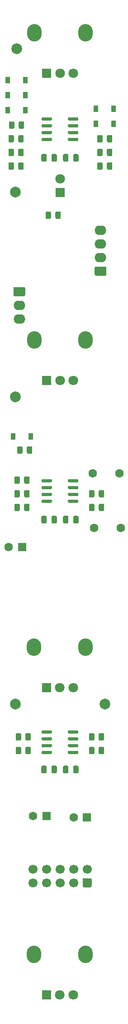
<source format=gbs>
G04 #@! TF.GenerationSoftware,KiCad,Pcbnew,6.0.5+dfsg-1~bpo11+1*
G04 #@! TF.CreationDate,2022-08-16T14:52:49+00:00*
G04 #@! TF.ProjectId,envelope_follower,656e7665-6c6f-4706-955f-666f6c6c6f77,0*
G04 #@! TF.SameCoordinates,Original*
G04 #@! TF.FileFunction,Soldermask,Bot*
G04 #@! TF.FilePolarity,Negative*
%FSLAX46Y46*%
G04 Gerber Fmt 4.6, Leading zero omitted, Abs format (unit mm)*
G04 Created by KiCad (PCBNEW 6.0.5+dfsg-1~bpo11+1) date 2022-08-16 14:52:49*
%MOMM*%
%LPD*%
G01*
G04 APERTURE LIST*
%ADD10O,2.720000X3.240000*%
%ADD11R,1.800000X1.800000*%
%ADD12C,1.800000*%
%ADD13C,2.000000*%
%ADD14C,1.700000*%
%ADD15R,0.900000X1.200000*%
%ADD16C,1.600000*%
%ADD17O,2.190000X1.740000*%
%ADD18R,1.600000X1.600000*%
G04 APERTURE END LIST*
D10*
X106400000Y-45840000D03*
X96800000Y-45840000D03*
D11*
X99100000Y-53340000D03*
D12*
X101600000Y-53340000D03*
X104100000Y-53340000D03*
D11*
X101600000Y-75570000D03*
D12*
X101600000Y-73030000D03*
D10*
X106400000Y-102990000D03*
X96800000Y-102990000D03*
D11*
X99100000Y-110490000D03*
D12*
X101600000Y-110490000D03*
X104100000Y-110490000D03*
D10*
X96760000Y-217290000D03*
X106360000Y-217290000D03*
D11*
X99060000Y-224790000D03*
D12*
X101560000Y-224790000D03*
X104060000Y-224790000D03*
D10*
X96760000Y-160140000D03*
X106360000Y-160140000D03*
D11*
X99060000Y-167640000D03*
D12*
X101560000Y-167640000D03*
X104060000Y-167640000D03*
D13*
X93218000Y-113538000D03*
G36*
G01*
X105050000Y-175745000D02*
X105050000Y-176045000D01*
G75*
G02*
X104900000Y-176195000I-150000J0D01*
G01*
X103250000Y-176195000D01*
G75*
G02*
X103100000Y-176045000I0J150000D01*
G01*
X103100000Y-175745000D01*
G75*
G02*
X103250000Y-175595000I150000J0D01*
G01*
X104900000Y-175595000D01*
G75*
G02*
X105050000Y-175745000I0J-150000D01*
G01*
G37*
G36*
G01*
X105050000Y-177015000D02*
X105050000Y-177315000D01*
G75*
G02*
X104900000Y-177465000I-150000J0D01*
G01*
X103250000Y-177465000D01*
G75*
G02*
X103100000Y-177315000I0J150000D01*
G01*
X103100000Y-177015000D01*
G75*
G02*
X103250000Y-176865000I150000J0D01*
G01*
X104900000Y-176865000D01*
G75*
G02*
X105050000Y-177015000I0J-150000D01*
G01*
G37*
G36*
G01*
X105050000Y-178285000D02*
X105050000Y-178585000D01*
G75*
G02*
X104900000Y-178735000I-150000J0D01*
G01*
X103250000Y-178735000D01*
G75*
G02*
X103100000Y-178585000I0J150000D01*
G01*
X103100000Y-178285000D01*
G75*
G02*
X103250000Y-178135000I150000J0D01*
G01*
X104900000Y-178135000D01*
G75*
G02*
X105050000Y-178285000I0J-150000D01*
G01*
G37*
G36*
G01*
X105050000Y-179555000D02*
X105050000Y-179855000D01*
G75*
G02*
X104900000Y-180005000I-150000J0D01*
G01*
X103250000Y-180005000D01*
G75*
G02*
X103100000Y-179855000I0J150000D01*
G01*
X103100000Y-179555000D01*
G75*
G02*
X103250000Y-179405000I150000J0D01*
G01*
X104900000Y-179405000D01*
G75*
G02*
X105050000Y-179555000I0J-150000D01*
G01*
G37*
G36*
G01*
X100100000Y-179555000D02*
X100100000Y-179855000D01*
G75*
G02*
X99950000Y-180005000I-150000J0D01*
G01*
X98300000Y-180005000D01*
G75*
G02*
X98150000Y-179855000I0J150000D01*
G01*
X98150000Y-179555000D01*
G75*
G02*
X98300000Y-179405000I150000J0D01*
G01*
X99950000Y-179405000D01*
G75*
G02*
X100100000Y-179555000I0J-150000D01*
G01*
G37*
G36*
G01*
X100100000Y-178285000D02*
X100100000Y-178585000D01*
G75*
G02*
X99950000Y-178735000I-150000J0D01*
G01*
X98300000Y-178735000D01*
G75*
G02*
X98150000Y-178585000I0J150000D01*
G01*
X98150000Y-178285000D01*
G75*
G02*
X98300000Y-178135000I150000J0D01*
G01*
X99950000Y-178135000D01*
G75*
G02*
X100100000Y-178285000I0J-150000D01*
G01*
G37*
G36*
G01*
X100100000Y-177015000D02*
X100100000Y-177315000D01*
G75*
G02*
X99950000Y-177465000I-150000J0D01*
G01*
X98300000Y-177465000D01*
G75*
G02*
X98150000Y-177315000I0J150000D01*
G01*
X98150000Y-177015000D01*
G75*
G02*
X98300000Y-176865000I150000J0D01*
G01*
X99950000Y-176865000D01*
G75*
G02*
X100100000Y-177015000I0J-150000D01*
G01*
G37*
G36*
G01*
X100100000Y-175745000D02*
X100100000Y-176045000D01*
G75*
G02*
X99950000Y-176195000I-150000J0D01*
G01*
X98300000Y-176195000D01*
G75*
G02*
X98150000Y-176045000I0J150000D01*
G01*
X98150000Y-175745000D01*
G75*
G02*
X98300000Y-175595000I150000J0D01*
G01*
X99950000Y-175595000D01*
G75*
G02*
X100100000Y-175745000I0J-150000D01*
G01*
G37*
G36*
G01*
X93063000Y-134562000D02*
X93063000Y-133662000D01*
G75*
G02*
X93313000Y-133412000I250000J0D01*
G01*
X93838000Y-133412000D01*
G75*
G02*
X94088000Y-133662000I0J-250000D01*
G01*
X94088000Y-134562000D01*
G75*
G02*
X93838000Y-134812000I-250000J0D01*
G01*
X93313000Y-134812000D01*
G75*
G02*
X93063000Y-134562000I0J250000D01*
G01*
G37*
G36*
G01*
X94888000Y-134562000D02*
X94888000Y-133662000D01*
G75*
G02*
X95138000Y-133412000I250000J0D01*
G01*
X95663000Y-133412000D01*
G75*
G02*
X95913000Y-133662000I0J-250000D01*
G01*
X95913000Y-134562000D01*
G75*
G02*
X95663000Y-134812000I-250000J0D01*
G01*
X95138000Y-134812000D01*
G75*
G02*
X94888000Y-134562000I0J250000D01*
G01*
G37*
G36*
G01*
X109883000Y-133662000D02*
X109883000Y-134562000D01*
G75*
G02*
X109633000Y-134812000I-250000J0D01*
G01*
X109108000Y-134812000D01*
G75*
G02*
X108858000Y-134562000I0J250000D01*
G01*
X108858000Y-133662000D01*
G75*
G02*
X109108000Y-133412000I250000J0D01*
G01*
X109633000Y-133412000D01*
G75*
G02*
X109883000Y-133662000I0J-250000D01*
G01*
G37*
G36*
G01*
X108058000Y-133662000D02*
X108058000Y-134562000D01*
G75*
G02*
X107808000Y-134812000I-250000J0D01*
G01*
X107283000Y-134812000D01*
G75*
G02*
X107033000Y-134562000I0J250000D01*
G01*
X107033000Y-133662000D01*
G75*
G02*
X107283000Y-133412000I250000J0D01*
G01*
X107808000Y-133412000D01*
G75*
G02*
X108058000Y-133662000I0J-250000D01*
G01*
G37*
G36*
G01*
X107280000Y-204802500D02*
X106080000Y-204802500D01*
G75*
G02*
X105830000Y-204552500I0J250000D01*
G01*
X105830000Y-203352500D01*
G75*
G02*
X106080000Y-203102500I250000J0D01*
G01*
X107280000Y-203102500D01*
G75*
G02*
X107530000Y-203352500I0J-250000D01*
G01*
X107530000Y-204552500D01*
G75*
G02*
X107280000Y-204802500I-250000J0D01*
G01*
G37*
D14*
X106680000Y-201412500D03*
X104140000Y-203952500D03*
X104140000Y-201412500D03*
X101600000Y-203952500D03*
X101600000Y-201412500D03*
X99060000Y-203952500D03*
X99060000Y-201412500D03*
X96520000Y-203952500D03*
X96520000Y-201412500D03*
G36*
G01*
X105082000Y-68613000D02*
X105082000Y-69563000D01*
G75*
G02*
X104832000Y-69813000I-250000J0D01*
G01*
X104332000Y-69813000D01*
G75*
G02*
X104082000Y-69563000I0J250000D01*
G01*
X104082000Y-68613000D01*
G75*
G02*
X104332000Y-68363000I250000J0D01*
G01*
X104832000Y-68363000D01*
G75*
G02*
X105082000Y-68613000I0J-250000D01*
G01*
G37*
G36*
G01*
X103182000Y-68613000D02*
X103182000Y-69563000D01*
G75*
G02*
X102932000Y-69813000I-250000J0D01*
G01*
X102432000Y-69813000D01*
G75*
G02*
X102182000Y-69563000I0J250000D01*
G01*
X102182000Y-68613000D01*
G75*
G02*
X102432000Y-68363000I250000J0D01*
G01*
X102932000Y-68363000D01*
G75*
G02*
X103182000Y-68613000I0J-250000D01*
G01*
G37*
D13*
X93218000Y-75438000D03*
G36*
G01*
X94793500Y-67622000D02*
X94793500Y-68522000D01*
G75*
G02*
X94543500Y-68772000I-250000J0D01*
G01*
X94018500Y-68772000D01*
G75*
G02*
X93768500Y-68522000I0J250000D01*
G01*
X93768500Y-67622000D01*
G75*
G02*
X94018500Y-67372000I250000J0D01*
G01*
X94543500Y-67372000D01*
G75*
G02*
X94793500Y-67622000I0J-250000D01*
G01*
G37*
G36*
G01*
X92968500Y-67622000D02*
X92968500Y-68522000D01*
G75*
G02*
X92718500Y-68772000I-250000J0D01*
G01*
X92193500Y-68772000D01*
G75*
G02*
X91943500Y-68522000I0J250000D01*
G01*
X91943500Y-67622000D01*
G75*
G02*
X92193500Y-67372000I250000J0D01*
G01*
X92718500Y-67372000D01*
G75*
G02*
X92968500Y-67622000I0J-250000D01*
G01*
G37*
G36*
G01*
X107013259Y-177260000D02*
X107013259Y-176360000D01*
G75*
G02*
X107263259Y-176110000I250000J0D01*
G01*
X107788259Y-176110000D01*
G75*
G02*
X108038259Y-176360000I0J-250000D01*
G01*
X108038259Y-177260000D01*
G75*
G02*
X107788259Y-177510000I-250000J0D01*
G01*
X107263259Y-177510000D01*
G75*
G02*
X107013259Y-177260000I0J250000D01*
G01*
G37*
G36*
G01*
X108838259Y-177260000D02*
X108838259Y-176360000D01*
G75*
G02*
X109088259Y-176110000I250000J0D01*
G01*
X109613259Y-176110000D01*
G75*
G02*
X109863259Y-176360000I0J-250000D01*
G01*
X109863259Y-177260000D01*
G75*
G02*
X109613259Y-177510000I-250000J0D01*
G01*
X109088259Y-177510000D01*
G75*
G02*
X108838259Y-177260000I0J250000D01*
G01*
G37*
G36*
G01*
X109883000Y-131122000D02*
X109883000Y-132022000D01*
G75*
G02*
X109633000Y-132272000I-250000J0D01*
G01*
X109108000Y-132272000D01*
G75*
G02*
X108858000Y-132022000I0J250000D01*
G01*
X108858000Y-131122000D01*
G75*
G02*
X109108000Y-130872000I250000J0D01*
G01*
X109633000Y-130872000D01*
G75*
G02*
X109883000Y-131122000I0J-250000D01*
G01*
G37*
G36*
G01*
X108058000Y-131122000D02*
X108058000Y-132022000D01*
G75*
G02*
X107808000Y-132272000I-250000J0D01*
G01*
X107283000Y-132272000D01*
G75*
G02*
X107033000Y-132022000I0J250000D01*
G01*
X107033000Y-131122000D01*
G75*
G02*
X107283000Y-130872000I250000J0D01*
G01*
X107808000Y-130872000D01*
G75*
G02*
X108058000Y-131122000I0J-250000D01*
G01*
G37*
D15*
X111632000Y-59944000D03*
X108332000Y-59944000D03*
D16*
X112990000Y-137922000D03*
X107990000Y-137922000D03*
G36*
G01*
X93135000Y-93110000D02*
X94825000Y-93110000D01*
G75*
G02*
X95075000Y-93360000I0J-250000D01*
G01*
X95075000Y-94600000D01*
G75*
G02*
X94825000Y-94850000I-250000J0D01*
G01*
X93135000Y-94850000D01*
G75*
G02*
X92885000Y-94600000I0J250000D01*
G01*
X92885000Y-93360000D01*
G75*
G02*
X93135000Y-93110000I250000J0D01*
G01*
G37*
D17*
X93980000Y-96520000D03*
X93980000Y-99060000D03*
G36*
G01*
X100998259Y-182405000D02*
X100998259Y-183355000D01*
G75*
G02*
X100748259Y-183605000I-250000J0D01*
G01*
X100248259Y-183605000D01*
G75*
G02*
X99998259Y-183355000I0J250000D01*
G01*
X99998259Y-182405000D01*
G75*
G02*
X100248259Y-182155000I250000J0D01*
G01*
X100748259Y-182155000D01*
G75*
G02*
X100998259Y-182405000I0J-250000D01*
G01*
G37*
G36*
G01*
X99098259Y-182405000D02*
X99098259Y-183355000D01*
G75*
G02*
X98848259Y-183605000I-250000J0D01*
G01*
X98348259Y-183605000D01*
G75*
G02*
X98098259Y-183355000I0J250000D01*
G01*
X98098259Y-182405000D01*
G75*
G02*
X98348259Y-182155000I250000J0D01*
G01*
X98848259Y-182155000D01*
G75*
G02*
X99098259Y-182405000I0J-250000D01*
G01*
G37*
G36*
G01*
X105050000Y-129009000D02*
X105050000Y-129309000D01*
G75*
G02*
X104900000Y-129459000I-150000J0D01*
G01*
X103250000Y-129459000D01*
G75*
G02*
X103100000Y-129309000I0J150000D01*
G01*
X103100000Y-129009000D01*
G75*
G02*
X103250000Y-128859000I150000J0D01*
G01*
X104900000Y-128859000D01*
G75*
G02*
X105050000Y-129009000I0J-150000D01*
G01*
G37*
G36*
G01*
X105050000Y-130279000D02*
X105050000Y-130579000D01*
G75*
G02*
X104900000Y-130729000I-150000J0D01*
G01*
X103250000Y-130729000D01*
G75*
G02*
X103100000Y-130579000I0J150000D01*
G01*
X103100000Y-130279000D01*
G75*
G02*
X103250000Y-130129000I150000J0D01*
G01*
X104900000Y-130129000D01*
G75*
G02*
X105050000Y-130279000I0J-150000D01*
G01*
G37*
G36*
G01*
X105050000Y-131549000D02*
X105050000Y-131849000D01*
G75*
G02*
X104900000Y-131999000I-150000J0D01*
G01*
X103250000Y-131999000D01*
G75*
G02*
X103100000Y-131849000I0J150000D01*
G01*
X103100000Y-131549000D01*
G75*
G02*
X103250000Y-131399000I150000J0D01*
G01*
X104900000Y-131399000D01*
G75*
G02*
X105050000Y-131549000I0J-150000D01*
G01*
G37*
G36*
G01*
X105050000Y-132819000D02*
X105050000Y-133119000D01*
G75*
G02*
X104900000Y-133269000I-150000J0D01*
G01*
X103250000Y-133269000D01*
G75*
G02*
X103100000Y-133119000I0J150000D01*
G01*
X103100000Y-132819000D01*
G75*
G02*
X103250000Y-132669000I150000J0D01*
G01*
X104900000Y-132669000D01*
G75*
G02*
X105050000Y-132819000I0J-150000D01*
G01*
G37*
G36*
G01*
X100100000Y-132819000D02*
X100100000Y-133119000D01*
G75*
G02*
X99950000Y-133269000I-150000J0D01*
G01*
X98300000Y-133269000D01*
G75*
G02*
X98150000Y-133119000I0J150000D01*
G01*
X98150000Y-132819000D01*
G75*
G02*
X98300000Y-132669000I150000J0D01*
G01*
X99950000Y-132669000D01*
G75*
G02*
X100100000Y-132819000I0J-150000D01*
G01*
G37*
G36*
G01*
X100100000Y-131549000D02*
X100100000Y-131849000D01*
G75*
G02*
X99950000Y-131999000I-150000J0D01*
G01*
X98300000Y-131999000D01*
G75*
G02*
X98150000Y-131849000I0J150000D01*
G01*
X98150000Y-131549000D01*
G75*
G02*
X98300000Y-131399000I150000J0D01*
G01*
X99950000Y-131399000D01*
G75*
G02*
X100100000Y-131549000I0J-150000D01*
G01*
G37*
G36*
G01*
X100100000Y-130279000D02*
X100100000Y-130579000D01*
G75*
G02*
X99950000Y-130729000I-150000J0D01*
G01*
X98300000Y-130729000D01*
G75*
G02*
X98150000Y-130579000I0J150000D01*
G01*
X98150000Y-130279000D01*
G75*
G02*
X98300000Y-130129000I150000J0D01*
G01*
X99950000Y-130129000D01*
G75*
G02*
X100100000Y-130279000I0J-150000D01*
G01*
G37*
G36*
G01*
X100100000Y-129009000D02*
X100100000Y-129309000D01*
G75*
G02*
X99950000Y-129459000I-150000J0D01*
G01*
X98300000Y-129459000D01*
G75*
G02*
X98150000Y-129309000I0J150000D01*
G01*
X98150000Y-129009000D01*
G75*
G02*
X98300000Y-128859000I150000J0D01*
G01*
X99950000Y-128859000D01*
G75*
G02*
X100100000Y-129009000I0J-150000D01*
G01*
G37*
D18*
X106640000Y-191770000D03*
D16*
X104140000Y-191770000D03*
D18*
X99060000Y-191516000D03*
D16*
X96560000Y-191516000D03*
G36*
G01*
X91943500Y-65982000D02*
X91943500Y-65082000D01*
G75*
G02*
X92193500Y-64832000I250000J0D01*
G01*
X92718500Y-64832000D01*
G75*
G02*
X92968500Y-65082000I0J-250000D01*
G01*
X92968500Y-65982000D01*
G75*
G02*
X92718500Y-66232000I-250000J0D01*
G01*
X92193500Y-66232000D01*
G75*
G02*
X91943500Y-65982000I0J250000D01*
G01*
G37*
G36*
G01*
X93768500Y-65982000D02*
X93768500Y-65082000D01*
G75*
G02*
X94018500Y-64832000I250000J0D01*
G01*
X94543500Y-64832000D01*
G75*
G02*
X94793500Y-65082000I0J-250000D01*
G01*
X94793500Y-65982000D01*
G75*
G02*
X94543500Y-66232000I-250000J0D01*
G01*
X94018500Y-66232000D01*
G75*
G02*
X93768500Y-65982000I0J250000D01*
G01*
G37*
G36*
G01*
X94793500Y-70162000D02*
X94793500Y-71062000D01*
G75*
G02*
X94543500Y-71312000I-250000J0D01*
G01*
X94018500Y-71312000D01*
G75*
G02*
X93768500Y-71062000I0J250000D01*
G01*
X93768500Y-70162000D01*
G75*
G02*
X94018500Y-69912000I250000J0D01*
G01*
X94543500Y-69912000D01*
G75*
G02*
X94793500Y-70162000I0J-250000D01*
G01*
G37*
G36*
G01*
X92968500Y-70162000D02*
X92968500Y-71062000D01*
G75*
G02*
X92718500Y-71312000I-250000J0D01*
G01*
X92193500Y-71312000D01*
G75*
G02*
X91943500Y-71062000I0J250000D01*
G01*
X91943500Y-70162000D01*
G75*
G02*
X92193500Y-69912000I250000J0D01*
G01*
X92718500Y-69912000D01*
G75*
G02*
X92968500Y-70162000I0J-250000D01*
G01*
G37*
G36*
G01*
X101755000Y-79306000D02*
X101755000Y-80206000D01*
G75*
G02*
X101505000Y-80456000I-250000J0D01*
G01*
X100980000Y-80456000D01*
G75*
G02*
X100730000Y-80206000I0J250000D01*
G01*
X100730000Y-79306000D01*
G75*
G02*
X100980000Y-79056000I250000J0D01*
G01*
X101505000Y-79056000D01*
G75*
G02*
X101755000Y-79306000I0J-250000D01*
G01*
G37*
G36*
G01*
X99930000Y-79306000D02*
X99930000Y-80206000D01*
G75*
G02*
X99680000Y-80456000I-250000J0D01*
G01*
X99155000Y-80456000D01*
G75*
G02*
X98905000Y-80206000I0J250000D01*
G01*
X98905000Y-79306000D01*
G75*
G02*
X99155000Y-79056000I250000J0D01*
G01*
X99680000Y-79056000D01*
G75*
G02*
X99930000Y-79306000I0J-250000D01*
G01*
G37*
G36*
G01*
X110045000Y-91040000D02*
X108355000Y-91040000D01*
G75*
G02*
X108105000Y-90790000I0J250000D01*
G01*
X108105000Y-89550000D01*
G75*
G02*
X108355000Y-89300000I250000J0D01*
G01*
X110045000Y-89300000D01*
G75*
G02*
X110295000Y-89550000I0J-250000D01*
G01*
X110295000Y-90790000D01*
G75*
G02*
X110045000Y-91040000I-250000J0D01*
G01*
G37*
D17*
X109200000Y-87630000D03*
X109200000Y-85090000D03*
X109200000Y-82550000D03*
D13*
X93472000Y-48768000D03*
D15*
X111632000Y-62738000D03*
X108332000Y-62738000D03*
G36*
G01*
X108557000Y-68522000D02*
X108557000Y-67622000D01*
G75*
G02*
X108807000Y-67372000I250000J0D01*
G01*
X109332000Y-67372000D01*
G75*
G02*
X109582000Y-67622000I0J-250000D01*
G01*
X109582000Y-68522000D01*
G75*
G02*
X109332000Y-68772000I-250000J0D01*
G01*
X108807000Y-68772000D01*
G75*
G02*
X108557000Y-68522000I0J250000D01*
G01*
G37*
G36*
G01*
X110382000Y-68522000D02*
X110382000Y-67622000D01*
G75*
G02*
X110632000Y-67372000I250000J0D01*
G01*
X111157000Y-67372000D01*
G75*
G02*
X111407000Y-67622000I0J-250000D01*
G01*
X111407000Y-68522000D01*
G75*
G02*
X111157000Y-68772000I-250000J0D01*
G01*
X110632000Y-68772000D01*
G75*
G02*
X110382000Y-68522000I0J250000D01*
G01*
G37*
X95122000Y-60198000D03*
X91822000Y-60198000D03*
G36*
G01*
X105062259Y-182405000D02*
X105062259Y-183355000D01*
G75*
G02*
X104812259Y-183605000I-250000J0D01*
G01*
X104312259Y-183605000D01*
G75*
G02*
X104062259Y-183355000I0J250000D01*
G01*
X104062259Y-182405000D01*
G75*
G02*
X104312259Y-182155000I250000J0D01*
G01*
X104812259Y-182155000D01*
G75*
G02*
X105062259Y-182405000I0J-250000D01*
G01*
G37*
G36*
G01*
X103162259Y-182405000D02*
X103162259Y-183355000D01*
G75*
G02*
X102912259Y-183605000I-250000J0D01*
G01*
X102412259Y-183605000D01*
G75*
G02*
X102162259Y-183355000I0J250000D01*
G01*
X102162259Y-182405000D01*
G75*
G02*
X102412259Y-182155000I250000J0D01*
G01*
X102912259Y-182155000D01*
G75*
G02*
X103162259Y-182405000I0J-250000D01*
G01*
G37*
G36*
G01*
X95913000Y-131122000D02*
X95913000Y-132022000D01*
G75*
G02*
X95663000Y-132272000I-250000J0D01*
G01*
X95138000Y-132272000D01*
G75*
G02*
X94888000Y-132022000I0J250000D01*
G01*
X94888000Y-131122000D01*
G75*
G02*
X95138000Y-130872000I250000J0D01*
G01*
X95663000Y-130872000D01*
G75*
G02*
X95913000Y-131122000I0J-250000D01*
G01*
G37*
G36*
G01*
X94088000Y-131122000D02*
X94088000Y-132022000D01*
G75*
G02*
X93838000Y-132272000I-250000J0D01*
G01*
X93313000Y-132272000D01*
G75*
G02*
X93063000Y-132022000I0J250000D01*
G01*
X93063000Y-131122000D01*
G75*
G02*
X93313000Y-130872000I250000J0D01*
G01*
X93838000Y-130872000D01*
G75*
G02*
X94088000Y-131122000I0J-250000D01*
G01*
G37*
G36*
G01*
X94897000Y-62542000D02*
X94897000Y-63442000D01*
G75*
G02*
X94647000Y-63692000I-250000J0D01*
G01*
X94122000Y-63692000D01*
G75*
G02*
X93872000Y-63442000I0J250000D01*
G01*
X93872000Y-62542000D01*
G75*
G02*
X94122000Y-62292000I250000J0D01*
G01*
X94647000Y-62292000D01*
G75*
G02*
X94897000Y-62542000I0J-250000D01*
G01*
G37*
G36*
G01*
X93072000Y-62542000D02*
X93072000Y-63442000D01*
G75*
G02*
X92822000Y-63692000I-250000J0D01*
G01*
X92297000Y-63692000D01*
G75*
G02*
X92047000Y-63442000I0J250000D01*
G01*
X92047000Y-62542000D01*
G75*
G02*
X92297000Y-62292000I250000J0D01*
G01*
X92822000Y-62292000D01*
G75*
G02*
X93072000Y-62542000I0J-250000D01*
G01*
G37*
D13*
X109982000Y-170688000D03*
G36*
G01*
X96147259Y-176360000D02*
X96147259Y-177260000D01*
G75*
G02*
X95897259Y-177510000I-250000J0D01*
G01*
X95372259Y-177510000D01*
G75*
G02*
X95122259Y-177260000I0J250000D01*
G01*
X95122259Y-176360000D01*
G75*
G02*
X95372259Y-176110000I250000J0D01*
G01*
X95897259Y-176110000D01*
G75*
G02*
X96147259Y-176360000I0J-250000D01*
G01*
G37*
G36*
G01*
X94322259Y-176360000D02*
X94322259Y-177260000D01*
G75*
G02*
X94072259Y-177510000I-250000J0D01*
G01*
X93547259Y-177510000D01*
G75*
G02*
X93297259Y-177260000I0J250000D01*
G01*
X93297259Y-176360000D01*
G75*
G02*
X93547259Y-176110000I250000J0D01*
G01*
X94072259Y-176110000D01*
G75*
G02*
X94322259Y-176360000I0J-250000D01*
G01*
G37*
D18*
X94488000Y-141478000D03*
D16*
X91988000Y-141478000D03*
D15*
X95122000Y-57404000D03*
X91822000Y-57404000D03*
G36*
G01*
X93297259Y-179800000D02*
X93297259Y-178900000D01*
G75*
G02*
X93547259Y-178650000I250000J0D01*
G01*
X94072259Y-178650000D01*
G75*
G02*
X94322259Y-178900000I0J-250000D01*
G01*
X94322259Y-179800000D01*
G75*
G02*
X94072259Y-180050000I-250000J0D01*
G01*
X93547259Y-180050000D01*
G75*
G02*
X93297259Y-179800000I0J250000D01*
G01*
G37*
G36*
G01*
X95122259Y-179800000D02*
X95122259Y-178900000D01*
G75*
G02*
X95372259Y-178650000I250000J0D01*
G01*
X95897259Y-178650000D01*
G75*
G02*
X96147259Y-178900000I0J-250000D01*
G01*
X96147259Y-179800000D01*
G75*
G02*
X95897259Y-180050000I-250000J0D01*
G01*
X95372259Y-180050000D01*
G75*
G02*
X95122259Y-179800000I0J250000D01*
G01*
G37*
G36*
G01*
X109863259Y-178900000D02*
X109863259Y-179800000D01*
G75*
G02*
X109613259Y-180050000I-250000J0D01*
G01*
X109088259Y-180050000D01*
G75*
G02*
X108838259Y-179800000I0J250000D01*
G01*
X108838259Y-178900000D01*
G75*
G02*
X109088259Y-178650000I250000J0D01*
G01*
X109613259Y-178650000D01*
G75*
G02*
X109863259Y-178900000I0J-250000D01*
G01*
G37*
G36*
G01*
X108038259Y-178900000D02*
X108038259Y-179800000D01*
G75*
G02*
X107788259Y-180050000I-250000J0D01*
G01*
X107263259Y-180050000D01*
G75*
G02*
X107013259Y-179800000I0J250000D01*
G01*
X107013259Y-178900000D01*
G75*
G02*
X107263259Y-178650000I250000J0D01*
G01*
X107788259Y-178650000D01*
G75*
G02*
X108038259Y-178900000I0J-250000D01*
G01*
G37*
G36*
G01*
X111407000Y-70162000D02*
X111407000Y-71062000D01*
G75*
G02*
X111157000Y-71312000I-250000J0D01*
G01*
X110632000Y-71312000D01*
G75*
G02*
X110382000Y-71062000I0J250000D01*
G01*
X110382000Y-70162000D01*
G75*
G02*
X110632000Y-69912000I250000J0D01*
G01*
X111157000Y-69912000D01*
G75*
G02*
X111407000Y-70162000I0J-250000D01*
G01*
G37*
G36*
G01*
X109582000Y-70162000D02*
X109582000Y-71062000D01*
G75*
G02*
X109332000Y-71312000I-250000J0D01*
G01*
X108807000Y-71312000D01*
G75*
G02*
X108557000Y-71062000I0J250000D01*
G01*
X108557000Y-70162000D01*
G75*
G02*
X108807000Y-69912000I250000J0D01*
G01*
X109332000Y-69912000D01*
G75*
G02*
X109582000Y-70162000I0J-250000D01*
G01*
G37*
X96138000Y-120904000D03*
X92838000Y-120904000D03*
G36*
G01*
X105050000Y-61699000D02*
X105050000Y-61999000D01*
G75*
G02*
X104900000Y-62149000I-150000J0D01*
G01*
X103250000Y-62149000D01*
G75*
G02*
X103100000Y-61999000I0J150000D01*
G01*
X103100000Y-61699000D01*
G75*
G02*
X103250000Y-61549000I150000J0D01*
G01*
X104900000Y-61549000D01*
G75*
G02*
X105050000Y-61699000I0J-150000D01*
G01*
G37*
G36*
G01*
X105050000Y-62969000D02*
X105050000Y-63269000D01*
G75*
G02*
X104900000Y-63419000I-150000J0D01*
G01*
X103250000Y-63419000D01*
G75*
G02*
X103100000Y-63269000I0J150000D01*
G01*
X103100000Y-62969000D01*
G75*
G02*
X103250000Y-62819000I150000J0D01*
G01*
X104900000Y-62819000D01*
G75*
G02*
X105050000Y-62969000I0J-150000D01*
G01*
G37*
G36*
G01*
X105050000Y-64239000D02*
X105050000Y-64539000D01*
G75*
G02*
X104900000Y-64689000I-150000J0D01*
G01*
X103250000Y-64689000D01*
G75*
G02*
X103100000Y-64539000I0J150000D01*
G01*
X103100000Y-64239000D01*
G75*
G02*
X103250000Y-64089000I150000J0D01*
G01*
X104900000Y-64089000D01*
G75*
G02*
X105050000Y-64239000I0J-150000D01*
G01*
G37*
G36*
G01*
X105050000Y-65509000D02*
X105050000Y-65809000D01*
G75*
G02*
X104900000Y-65959000I-150000J0D01*
G01*
X103250000Y-65959000D01*
G75*
G02*
X103100000Y-65809000I0J150000D01*
G01*
X103100000Y-65509000D01*
G75*
G02*
X103250000Y-65359000I150000J0D01*
G01*
X104900000Y-65359000D01*
G75*
G02*
X105050000Y-65509000I0J-150000D01*
G01*
G37*
G36*
G01*
X100100000Y-65509000D02*
X100100000Y-65809000D01*
G75*
G02*
X99950000Y-65959000I-150000J0D01*
G01*
X98300000Y-65959000D01*
G75*
G02*
X98150000Y-65809000I0J150000D01*
G01*
X98150000Y-65509000D01*
G75*
G02*
X98300000Y-65359000I150000J0D01*
G01*
X99950000Y-65359000D01*
G75*
G02*
X100100000Y-65509000I0J-150000D01*
G01*
G37*
G36*
G01*
X100100000Y-64239000D02*
X100100000Y-64539000D01*
G75*
G02*
X99950000Y-64689000I-150000J0D01*
G01*
X98300000Y-64689000D01*
G75*
G02*
X98150000Y-64539000I0J150000D01*
G01*
X98150000Y-64239000D01*
G75*
G02*
X98300000Y-64089000I150000J0D01*
G01*
X99950000Y-64089000D01*
G75*
G02*
X100100000Y-64239000I0J-150000D01*
G01*
G37*
G36*
G01*
X100100000Y-62969000D02*
X100100000Y-63269000D01*
G75*
G02*
X99950000Y-63419000I-150000J0D01*
G01*
X98300000Y-63419000D01*
G75*
G02*
X98150000Y-63269000I0J150000D01*
G01*
X98150000Y-62969000D01*
G75*
G02*
X98300000Y-62819000I150000J0D01*
G01*
X99950000Y-62819000D01*
G75*
G02*
X100100000Y-62969000I0J-150000D01*
G01*
G37*
G36*
G01*
X100100000Y-61699000D02*
X100100000Y-61999000D01*
G75*
G02*
X99950000Y-62149000I-150000J0D01*
G01*
X98300000Y-62149000D01*
G75*
G02*
X98150000Y-61999000I0J150000D01*
G01*
X98150000Y-61699000D01*
G75*
G02*
X98300000Y-61549000I150000J0D01*
G01*
X99950000Y-61549000D01*
G75*
G02*
X100100000Y-61699000I0J-150000D01*
G01*
G37*
G36*
G01*
X108557000Y-65982000D02*
X108557000Y-65082000D01*
G75*
G02*
X108807000Y-64832000I250000J0D01*
G01*
X109332000Y-64832000D01*
G75*
G02*
X109582000Y-65082000I0J-250000D01*
G01*
X109582000Y-65982000D01*
G75*
G02*
X109332000Y-66232000I-250000J0D01*
G01*
X108807000Y-66232000D01*
G75*
G02*
X108557000Y-65982000I0J250000D01*
G01*
G37*
G36*
G01*
X110382000Y-65982000D02*
X110382000Y-65082000D01*
G75*
G02*
X110632000Y-64832000I250000J0D01*
G01*
X111157000Y-64832000D01*
G75*
G02*
X111407000Y-65082000I0J-250000D01*
G01*
X111407000Y-65982000D01*
G75*
G02*
X111157000Y-66232000I-250000J0D01*
G01*
X110632000Y-66232000D01*
G75*
G02*
X110382000Y-65982000I0J250000D01*
G01*
G37*
X95122000Y-54610000D03*
X91822000Y-54610000D03*
D13*
X93218000Y-170688000D03*
G36*
G01*
X101018000Y-135923000D02*
X101018000Y-136873000D01*
G75*
G02*
X100768000Y-137123000I-250000J0D01*
G01*
X100268000Y-137123000D01*
G75*
G02*
X100018000Y-136873000I0J250000D01*
G01*
X100018000Y-135923000D01*
G75*
G02*
X100268000Y-135673000I250000J0D01*
G01*
X100768000Y-135673000D01*
G75*
G02*
X101018000Y-135923000I0J-250000D01*
G01*
G37*
G36*
G01*
X99118000Y-135923000D02*
X99118000Y-136873000D01*
G75*
G02*
X98868000Y-137123000I-250000J0D01*
G01*
X98368000Y-137123000D01*
G75*
G02*
X98118000Y-136873000I0J250000D01*
G01*
X98118000Y-135923000D01*
G75*
G02*
X98368000Y-135673000I250000J0D01*
G01*
X98868000Y-135673000D01*
G75*
G02*
X99118000Y-135923000I0J-250000D01*
G01*
G37*
G36*
G01*
X95913000Y-128582000D02*
X95913000Y-129482000D01*
G75*
G02*
X95663000Y-129732000I-250000J0D01*
G01*
X95138000Y-129732000D01*
G75*
G02*
X94888000Y-129482000I0J250000D01*
G01*
X94888000Y-128582000D01*
G75*
G02*
X95138000Y-128332000I250000J0D01*
G01*
X95663000Y-128332000D01*
G75*
G02*
X95913000Y-128582000I0J-250000D01*
G01*
G37*
G36*
G01*
X94088000Y-128582000D02*
X94088000Y-129482000D01*
G75*
G02*
X93838000Y-129732000I-250000J0D01*
G01*
X93313000Y-129732000D01*
G75*
G02*
X93063000Y-129482000I0J250000D01*
G01*
X93063000Y-128582000D01*
G75*
G02*
X93313000Y-128332000I250000J0D01*
G01*
X93838000Y-128332000D01*
G75*
G02*
X94088000Y-128582000I0J-250000D01*
G01*
G37*
G36*
G01*
X101018000Y-68613000D02*
X101018000Y-69563000D01*
G75*
G02*
X100768000Y-69813000I-250000J0D01*
G01*
X100268000Y-69813000D01*
G75*
G02*
X100018000Y-69563000I0J250000D01*
G01*
X100018000Y-68613000D01*
G75*
G02*
X100268000Y-68363000I250000J0D01*
G01*
X100768000Y-68363000D01*
G75*
G02*
X101018000Y-68613000I0J-250000D01*
G01*
G37*
G36*
G01*
X99118000Y-68613000D02*
X99118000Y-69563000D01*
G75*
G02*
X98868000Y-69813000I-250000J0D01*
G01*
X98368000Y-69813000D01*
G75*
G02*
X98118000Y-69563000I0J250000D01*
G01*
X98118000Y-68613000D01*
G75*
G02*
X98368000Y-68363000I250000J0D01*
G01*
X98868000Y-68363000D01*
G75*
G02*
X99118000Y-68613000I0J-250000D01*
G01*
G37*
G36*
G01*
X96421000Y-122994000D02*
X96421000Y-123894000D01*
G75*
G02*
X96171000Y-124144000I-250000J0D01*
G01*
X95646000Y-124144000D01*
G75*
G02*
X95396000Y-123894000I0J250000D01*
G01*
X95396000Y-122994000D01*
G75*
G02*
X95646000Y-122744000I250000J0D01*
G01*
X96171000Y-122744000D01*
G75*
G02*
X96421000Y-122994000I0J-250000D01*
G01*
G37*
G36*
G01*
X94596000Y-122994000D02*
X94596000Y-123894000D01*
G75*
G02*
X94346000Y-124144000I-250000J0D01*
G01*
X93821000Y-124144000D01*
G75*
G02*
X93571000Y-123894000I0J250000D01*
G01*
X93571000Y-122994000D01*
G75*
G02*
X93821000Y-122744000I250000J0D01*
G01*
X94346000Y-122744000D01*
G75*
G02*
X94596000Y-122994000I0J-250000D01*
G01*
G37*
G36*
G01*
X105082000Y-135923000D02*
X105082000Y-136873000D01*
G75*
G02*
X104832000Y-137123000I-250000J0D01*
G01*
X104332000Y-137123000D01*
G75*
G02*
X104082000Y-136873000I0J250000D01*
G01*
X104082000Y-135923000D01*
G75*
G02*
X104332000Y-135673000I250000J0D01*
G01*
X104832000Y-135673000D01*
G75*
G02*
X105082000Y-135923000I0J-250000D01*
G01*
G37*
G36*
G01*
X103182000Y-135923000D02*
X103182000Y-136873000D01*
G75*
G02*
X102932000Y-137123000I-250000J0D01*
G01*
X102432000Y-137123000D01*
G75*
G02*
X102182000Y-136873000I0J250000D01*
G01*
X102182000Y-135923000D01*
G75*
G02*
X102432000Y-135673000I250000J0D01*
G01*
X102932000Y-135673000D01*
G75*
G02*
X103182000Y-135923000I0J-250000D01*
G01*
G37*
D16*
X112736000Y-127762000D03*
X107736000Y-127762000D03*
M02*

</source>
